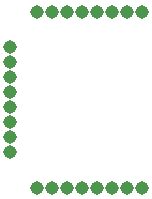
<source format=gbr>
G04 EAGLE Gerber RS-274X export*
G75*
%MOMM*%
%FSLAX34Y34*%
%LPD*%
%INSoldermask Bottom*%
%IPPOS*%
%AMOC8*
5,1,8,0,0,1.08239X$1,22.5*%
G01*
%ADD10C,1.143000*%


D10*
X73580Y-620D03*
X86280Y-620D03*
X60880Y-620D03*
X98980Y-620D03*
X48180Y-620D03*
X111680Y-620D03*
X35480Y-620D03*
X22780Y-620D03*
X4Y67617D03*
X4Y54917D03*
X4Y80317D03*
X4Y42217D03*
X4Y93017D03*
X4Y29517D03*
X4Y105717D03*
X4Y118417D03*
X73333Y148201D03*
X86033Y148201D03*
X60633Y148201D03*
X98733Y148201D03*
X47933Y148201D03*
X111433Y148201D03*
X35233Y148201D03*
X22533Y148201D03*
M02*

</source>
